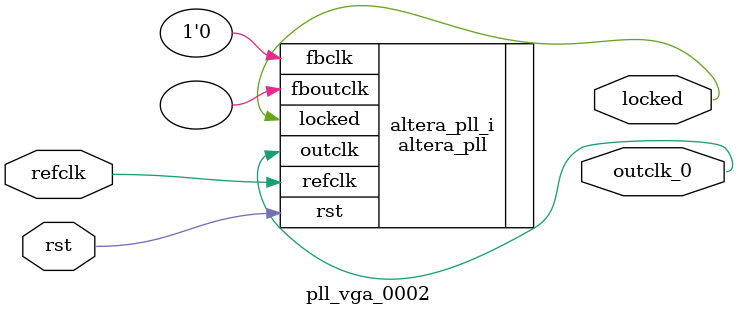
<source format=v>
`timescale 1ns/10ps
module  pll_vga_0002(

	// interface 'refclk'
	input wire refclk,

	// interface 'reset'
	input wire rst,

	// interface 'outclk0'
	output wire outclk_0,

	// interface 'locked'
	output wire locked
);

	altera_pll #(
		.fractional_vco_multiplier("false"),
		.reference_clock_frequency("50.0 MHz"),
		.operation_mode("direct"),
		.number_of_clocks(1),
		.output_clock_frequency0("25.175644 MHz"),
		.phase_shift0("0 ps"),
		.duty_cycle0(50),
		.output_clock_frequency1("0 MHz"),
		.phase_shift1("0 ps"),
		.duty_cycle1(50),
		.output_clock_frequency2("0 MHz"),
		.phase_shift2("0 ps"),
		.duty_cycle2(50),
		.output_clock_frequency3("0 MHz"),
		.phase_shift3("0 ps"),
		.duty_cycle3(50),
		.output_clock_frequency4("0 MHz"),
		.phase_shift4("0 ps"),
		.duty_cycle4(50),
		.output_clock_frequency5("0 MHz"),
		.phase_shift5("0 ps"),
		.duty_cycle5(50),
		.output_clock_frequency6("0 MHz"),
		.phase_shift6("0 ps"),
		.duty_cycle6(50),
		.output_clock_frequency7("0 MHz"),
		.phase_shift7("0 ps"),
		.duty_cycle7(50),
		.output_clock_frequency8("0 MHz"),
		.phase_shift8("0 ps"),
		.duty_cycle8(50),
		.output_clock_frequency9("0 MHz"),
		.phase_shift9("0 ps"),
		.duty_cycle9(50),
		.output_clock_frequency10("0 MHz"),
		.phase_shift10("0 ps"),
		.duty_cycle10(50),
		.output_clock_frequency11("0 MHz"),
		.phase_shift11("0 ps"),
		.duty_cycle11(50),
		.output_clock_frequency12("0 MHz"),
		.phase_shift12("0 ps"),
		.duty_cycle12(50),
		.output_clock_frequency13("0 MHz"),
		.phase_shift13("0 ps"),
		.duty_cycle13(50),
		.output_clock_frequency14("0 MHz"),
		.phase_shift14("0 ps"),
		.duty_cycle14(50),
		.output_clock_frequency15("0 MHz"),
		.phase_shift15("0 ps"),
		.duty_cycle15(50),
		.output_clock_frequency16("0 MHz"),
		.phase_shift16("0 ps"),
		.duty_cycle16(50),
		.output_clock_frequency17("0 MHz"),
		.phase_shift17("0 ps"),
		.duty_cycle17(50),
		.pll_type("General"),
		.pll_subtype("General")
	) altera_pll_i (
		.rst	(rst),
		.outclk	({outclk_0}),
		.locked	(locked),
		.fboutclk	( ),
		.fbclk	(1'b0),
		.refclk	(refclk)
	);
endmodule


</source>
